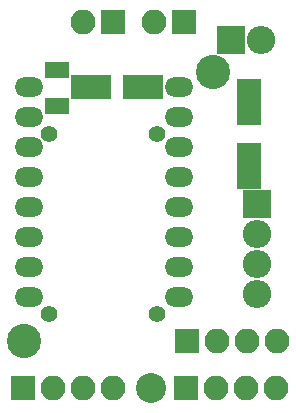
<source format=gbs>
G04 #@! TF.FileFunction,Soldermask,Bot*
%FSLAX46Y46*%
G04 Gerber Fmt 4.6, Leading zero omitted, Abs format (unit mm)*
G04 Created by KiCad (PCBNEW 4.0.4-stable) date 02/16/17 23:31:48*
%MOMM*%
%LPD*%
G01*
G04 APERTURE LIST*
%ADD10C,0.100000*%
%ADD11O,2.400000X1.670000*%
%ADD12R,3.400000X2.000000*%
%ADD13C,2.540000*%
%ADD14R,2.000000X1.400000*%
%ADD15O,2.398980X2.398980*%
%ADD16R,2.398980X2.398980*%
%ADD17R,2.000000X3.900000*%
%ADD18R,2.100000X2.100000*%
%ADD19O,2.100000X2.100000*%
%ADD20C,2.900000*%
%ADD21C,1.400000*%
G04 APERTURE END LIST*
D10*
D11*
X153550000Y-103090000D03*
X140850000Y-103090000D03*
X153550000Y-100550000D03*
X140850000Y-100550000D03*
X153550000Y-98010000D03*
X140850000Y-98010000D03*
X153550000Y-95470000D03*
X140850000Y-95470000D03*
X153550000Y-92930000D03*
X140850000Y-92930000D03*
X153550000Y-90390000D03*
X140850000Y-90390000D03*
X153550000Y-87850000D03*
X140850000Y-87850000D03*
X153550000Y-85310000D03*
X140850000Y-85310000D03*
D12*
X146100000Y-85300000D03*
X150500000Y-85300000D03*
D13*
X151200000Y-110800000D03*
D14*
X143200000Y-86900000D03*
X143200000Y-83900000D03*
D15*
X160200000Y-102840000D03*
D16*
X160200000Y-95220000D03*
D15*
X160200000Y-97760000D03*
X160200000Y-100300000D03*
D17*
X159450000Y-92000000D03*
X159450000Y-86600000D03*
D18*
X153990000Y-79800000D03*
D19*
X151450000Y-79800000D03*
D18*
X147950000Y-79800000D03*
D19*
X145410000Y-79800000D03*
D18*
X154200000Y-106800000D03*
D19*
X156740000Y-106800000D03*
X159280000Y-106800000D03*
X161820000Y-106800000D03*
D18*
X154160000Y-110800000D03*
D19*
X156700000Y-110800000D03*
X159240000Y-110800000D03*
X161780000Y-110800000D03*
D18*
X140370000Y-110800000D03*
D19*
X142910000Y-110800000D03*
X145450000Y-110800000D03*
X147990000Y-110800000D03*
D20*
X140450000Y-106800000D03*
X156450000Y-84050000D03*
D21*
X151700000Y-104550000D03*
X142556000Y-89310000D03*
X151700000Y-89310000D03*
X142556000Y-104550000D03*
D15*
X160490000Y-81300000D03*
D16*
X157950000Y-81300000D03*
M02*

</source>
